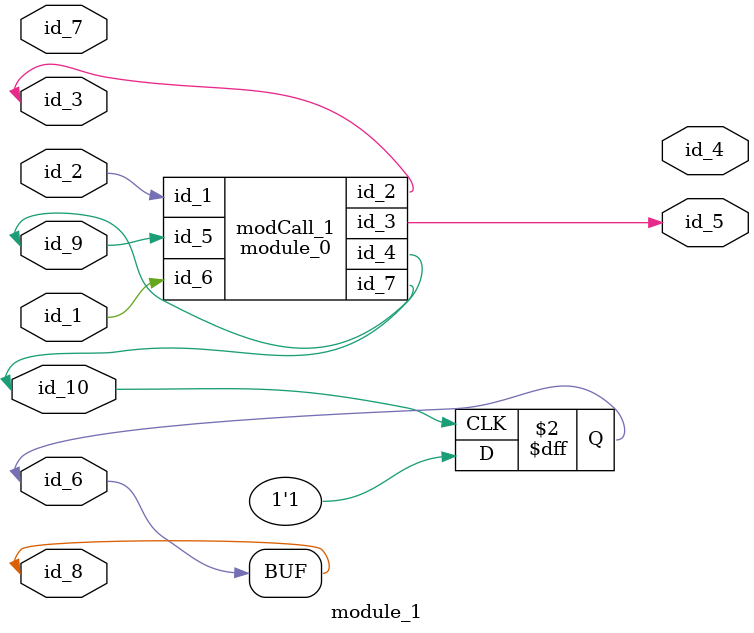
<source format=v>
module module_0 (
    id_1,
    id_2,
    id_3,
    id_4,
    id_5,
    id_6,
    id_7
);
  inout wire id_7;
  input wire id_6;
  input wire id_5;
  output wire id_4;
  output wire id_3;
  inout wire id_2;
  input wire id_1;
  wire id_8;
  wire id_9;
  assign id_7 = -1;
endmodule
module module_1 (
    id_1,
    id_2,
    id_3,
    id_4,
    id_5,
    id_6,
    id_7,
    id_8,
    id_9,
    id_10
);
  inout wire id_10;
  inout wire id_9;
  inout wire id_8;
  input wire id_7;
  inout wire id_6;
  output wire id_5;
  output wire id_4;
  inout wire id_3;
  input wire id_2;
  input wire id_1;
  assign id_6 = id_8;
  module_0 modCall_1 (
      id_2,
      id_3,
      id_5,
      id_9,
      id_9,
      id_1,
      id_10
  );
  always @(posedge id_10) #1 if (-1) id_6 <= 1;
  wire id_11, id_12, id_13, id_14, id_15, id_16;
endmodule

</source>
